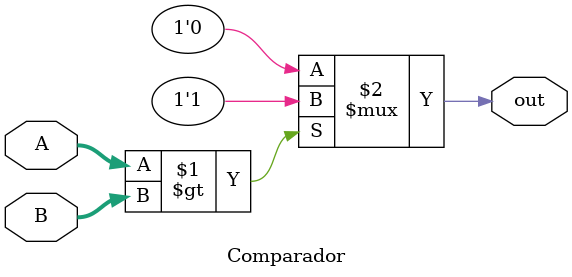
<source format=v>

module Comparador(A,B,out);
 
  input [19:0]A,B;
  output out;

  assign out =(A>B)?1'b1:1'b0;
  
  endmodule
</source>
